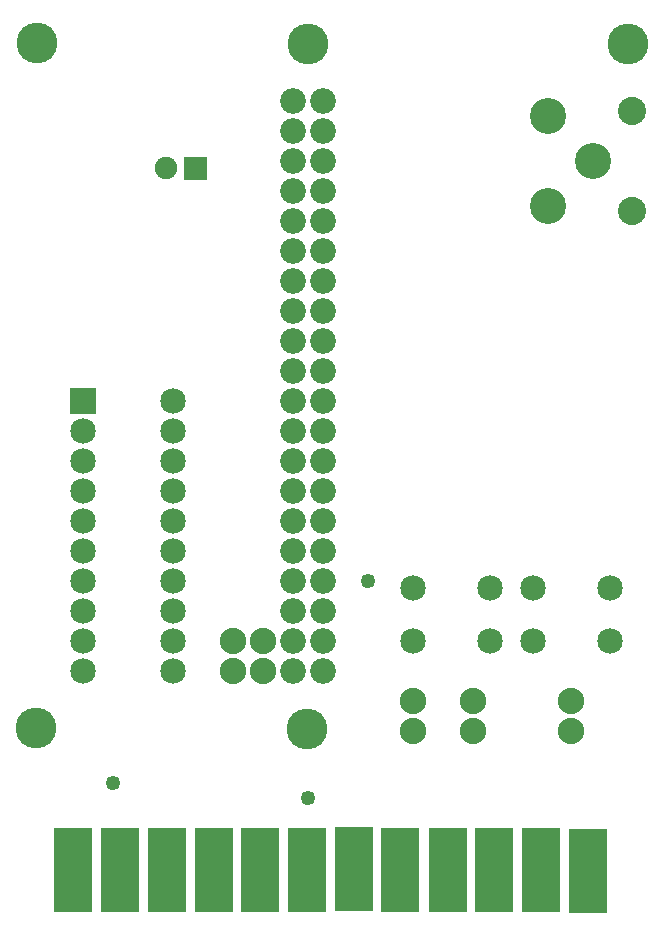
<source format=gts>
G04 MADE WITH FRITZING*
G04 WWW.FRITZING.ORG*
G04 DOUBLE SIDED*
G04 HOLES PLATED*
G04 CONTOUR ON CENTER OF CONTOUR VECTOR*
%ASAXBY*%
%FSLAX23Y23*%
%MOIN*%
%OFA0B0*%
%SFA1.0B1.0*%
%ADD10C,0.085361*%
%ADD11C,0.049370*%
%ADD12C,0.085000*%
%ADD13C,0.120551*%
%ADD14C,0.094000*%
%ADD15C,0.088000*%
%ADD16C,0.135984*%
%ADD17C,0.075000*%
%ADD18R,0.085000X0.085000*%
%ADD19R,0.061181X0.151823*%
%ADD20R,0.129522X0.280594*%
%ADD21R,0.001000X0.001000*%
%LNMASK1*%
G90*
G70*
G54D10*
X988Y2708D03*
X988Y2608D03*
X988Y2508D03*
X988Y2408D03*
X988Y2308D03*
X988Y2208D03*
X988Y2108D03*
X988Y2008D03*
X988Y1908D03*
X988Y1808D03*
X988Y1708D03*
X988Y1608D03*
X988Y1508D03*
X988Y1408D03*
X988Y1308D03*
X988Y1208D03*
X988Y1108D03*
X988Y1008D03*
X988Y908D03*
X988Y808D03*
X1088Y808D03*
X1088Y908D03*
X1088Y1008D03*
X1088Y1108D03*
X1088Y1208D03*
X1088Y1308D03*
X1088Y1408D03*
X1088Y1508D03*
X1088Y1608D03*
X1088Y1708D03*
X1088Y1808D03*
X1088Y1908D03*
X1088Y2008D03*
X1088Y2108D03*
X1088Y2208D03*
X1088Y2308D03*
X1088Y2408D03*
X1088Y2508D03*
X1088Y2608D03*
X1088Y2708D03*
G54D11*
X388Y433D03*
G54D12*
X288Y1708D03*
X588Y1708D03*
X288Y1608D03*
X588Y1608D03*
X288Y1508D03*
X588Y1508D03*
X288Y1408D03*
X588Y1408D03*
X288Y1308D03*
X588Y1308D03*
X288Y1208D03*
X588Y1208D03*
X288Y1108D03*
X588Y1108D03*
X288Y1008D03*
X588Y1008D03*
X288Y908D03*
X588Y908D03*
X288Y808D03*
X588Y808D03*
G54D13*
X1988Y2508D03*
X1838Y2358D03*
X1838Y2658D03*
G54D14*
X2118Y2340D03*
X2118Y2675D03*
G54D15*
X1913Y708D03*
X1913Y608D03*
G54D12*
X2044Y908D03*
X1788Y908D03*
X2044Y1085D03*
X1788Y1085D03*
X1644Y908D03*
X1388Y908D03*
X1644Y1085D03*
X1388Y1085D03*
G54D15*
X1588Y708D03*
X1588Y608D03*
X1388Y708D03*
X1388Y608D03*
G54D16*
X2105Y2898D03*
G54D15*
X888Y908D03*
X888Y808D03*
X788Y908D03*
X788Y808D03*
G54D11*
X1237Y1107D03*
G54D17*
X663Y2483D03*
X563Y2483D03*
X663Y2483D03*
X563Y2483D03*
G54D16*
X1038Y2898D03*
X134Y2902D03*
X132Y619D03*
X1036Y615D03*
G54D11*
X1038Y383D03*
G54D18*
X288Y1708D03*
G54D19*
X254Y142D03*
X1660Y132D03*
X1819Y132D03*
X1961Y132D03*
G54D20*
X255Y145D03*
X410Y144D03*
X567Y145D03*
X724Y144D03*
X879Y145D03*
X1035Y143D03*
X1191Y147D03*
X1346Y145D03*
X1816Y144D03*
X1503Y143D03*
X1659Y143D03*
X1970Y142D03*
G54D19*
X1039Y181D03*
X1188Y190D03*
X1346Y204D03*
G54D21*
X626Y2520D02*
X700Y2520D01*
X626Y2519D02*
X700Y2519D01*
X626Y2518D02*
X700Y2518D01*
X626Y2517D02*
X700Y2517D01*
X626Y2516D02*
X700Y2516D01*
X626Y2515D02*
X700Y2515D01*
X626Y2514D02*
X700Y2514D01*
X626Y2513D02*
X700Y2513D01*
X626Y2512D02*
X700Y2512D01*
X626Y2511D02*
X700Y2511D01*
X626Y2510D02*
X700Y2510D01*
X626Y2509D02*
X700Y2509D01*
X626Y2508D02*
X700Y2508D01*
X626Y2507D02*
X700Y2507D01*
X626Y2506D02*
X700Y2506D01*
X626Y2505D02*
X700Y2505D01*
X626Y2504D02*
X700Y2504D01*
X626Y2503D02*
X700Y2503D01*
X626Y2502D02*
X700Y2502D01*
X626Y2501D02*
X700Y2501D01*
X626Y2500D02*
X700Y2500D01*
X626Y2499D02*
X700Y2499D01*
X626Y2498D02*
X700Y2498D01*
X626Y2497D02*
X700Y2497D01*
X626Y2496D02*
X700Y2496D01*
X626Y2495D02*
X700Y2495D01*
X626Y2494D02*
X700Y2494D01*
X626Y2493D02*
X700Y2493D01*
X626Y2492D02*
X662Y2492D01*
X664Y2492D02*
X700Y2492D01*
X626Y2491D02*
X658Y2491D01*
X667Y2491D02*
X700Y2491D01*
X626Y2490D02*
X657Y2490D01*
X669Y2490D02*
X700Y2490D01*
X626Y2489D02*
X656Y2489D01*
X670Y2489D02*
X700Y2489D01*
X626Y2488D02*
X655Y2488D01*
X671Y2488D02*
X700Y2488D01*
X626Y2487D02*
X654Y2487D01*
X671Y2487D02*
X700Y2487D01*
X626Y2486D02*
X654Y2486D01*
X672Y2486D02*
X700Y2486D01*
X626Y2485D02*
X654Y2485D01*
X672Y2485D02*
X700Y2485D01*
X626Y2484D02*
X654Y2484D01*
X672Y2484D02*
X700Y2484D01*
X626Y2483D02*
X653Y2483D01*
X672Y2483D02*
X700Y2483D01*
X626Y2482D02*
X654Y2482D01*
X672Y2482D02*
X700Y2482D01*
X626Y2481D02*
X654Y2481D01*
X672Y2481D02*
X700Y2481D01*
X626Y2480D02*
X654Y2480D01*
X671Y2480D02*
X700Y2480D01*
X626Y2479D02*
X655Y2479D01*
X671Y2479D02*
X700Y2479D01*
X626Y2478D02*
X655Y2478D01*
X670Y2478D02*
X700Y2478D01*
X626Y2477D02*
X656Y2477D01*
X669Y2477D02*
X700Y2477D01*
X626Y2476D02*
X657Y2476D01*
X668Y2476D02*
X700Y2476D01*
X626Y2475D02*
X659Y2475D01*
X666Y2475D02*
X700Y2475D01*
X626Y2474D02*
X700Y2474D01*
X626Y2473D02*
X700Y2473D01*
X626Y2472D02*
X700Y2472D01*
X626Y2471D02*
X700Y2471D01*
X626Y2470D02*
X700Y2470D01*
X626Y2469D02*
X700Y2469D01*
X626Y2468D02*
X700Y2468D01*
X626Y2467D02*
X700Y2467D01*
X626Y2466D02*
X700Y2466D01*
X626Y2465D02*
X700Y2465D01*
X626Y2464D02*
X700Y2464D01*
X626Y2463D02*
X700Y2463D01*
X626Y2462D02*
X700Y2462D01*
X626Y2461D02*
X700Y2461D01*
X626Y2460D02*
X700Y2460D01*
X626Y2459D02*
X700Y2459D01*
X626Y2458D02*
X700Y2458D01*
X626Y2457D02*
X700Y2457D01*
X626Y2456D02*
X700Y2456D01*
X626Y2455D02*
X700Y2455D01*
X626Y2454D02*
X700Y2454D01*
X626Y2453D02*
X700Y2453D01*
X626Y2452D02*
X700Y2452D01*
X626Y2451D02*
X700Y2451D01*
X626Y2450D02*
X700Y2450D01*
X626Y2449D02*
X700Y2449D01*
X626Y2448D02*
X700Y2448D01*
X626Y2447D02*
X700Y2447D01*
X626Y2446D02*
X700Y2446D01*
D02*
G04 End of Mask1*
M02*
</source>
